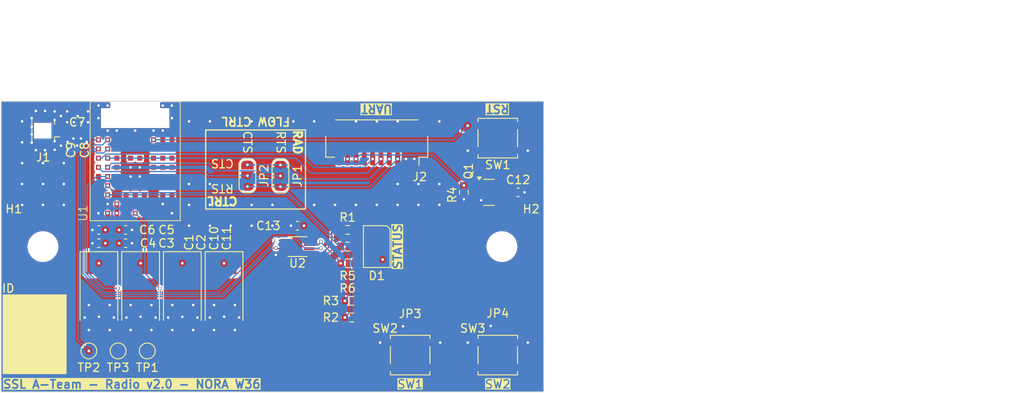
<source format=kicad_pcb>
(kicad_pcb (version 20241229) (generator "pcbnew") (generator_version "9.0")
  (layers (0 "F.Cu" signal) (4 "In1.Cu" signal) (6 "In2.Cu" signal) (2 "B.Cu" signal) (13 "F.Paste" user) (15 "B.Paste" user) (5 "F.SilkS" user "F.Silkscreen") (7 "B.SilkS" user "B.Silkscreen") (1 "F.Mask" user) (3 "B.Mask" user) (25 "Edge.Cuts" user))
  (net 0 "")
  (net 1 "GND")
  (net 2 "+3V3")
  (net 3 "Net-(J1-In)")
  (net 4 "Net-(U1A-(W361)_ANT)")
  (net 5 "/nRESET")
  (net 6 "/UART_RX")
  (net 7 "/BOOT0")
  (net 8 "/UART_CTS")
  (net 9 "/RST")
  (net 10 "+5V")
  (net 11 "/UART_RTS")
  (net 12 "/UART_TX")
  (net 13 "/RADIO_RTS")
  (net 14 "/RADIO_CTS")
  (net 15 "Net-(JP3-B)")
  (net 16 "Net-(JP4-B)")
  (net 17 "/BLUE")
  (net 18 "/RED")
  (net 19 "/SW1")
  (net 20 "/SW2")
  (net 21 "Net-(U1A-DBG_TX)")
  (net 22 "Net-(U1A-GPIO_J9{slash}WAKE_UP)")
  (net 23 "Net-(U1A-GPIO_E8{slash}WAKE_HOST)")
  (net 27 "/GREEN")
  (net 61 "/LED_B_CL")
  (net 62 "/LED_R_CL")
  (net 63 "/LED_G_CL")
  (net 64 "/RED_B")
  (net 65 "/GRN_B")
  (net 66 "/BLUE_B")
  (footprint "TestPoint:TestPoint_Pad_D1.5mm" (layer "F.Cu") (at 136 112.05 180)
    (property "Reference" "TP1")
    (property "Value" "DBG_TX")
  )
  (footprint "Jumper:SolderJumper-3_P1.3mm_Bridged12_RoundedPad1.0x1.5mm_NumberLabels" (layer "F.Cu") (at 148 91.05 90)
    (property "Reference" "JP2")
    (property "Value" "CTS Source Select")
  )
  (footprint "Package_SO:VSSOP-8_2.3x2mm_P0.5mm" (layer "F.Cu") (at 154 99.55)
    (property "Reference" "U2")
    (property "Value" "74LVC3G07")
  )
  (footprint "Jumper:SolderJumper-3_P1.3mm_Bridged12_RoundedPad1.0x1.5mm_NumberLabels" (layer "F.Cu") (at 151.9575 91.075 -90)
    (property "Reference" "JP1")
    (property "Value" "RTS Source Select")
  )
  (footprint "TestPoint:TestPoint_Pad_D1.5mm" (layer "F.Cu") (at 132.5 112.05 180)
    (property "Reference" "TP3")
    (property "Value" "WAKE_HOST")
  )
  (footprint "Resistor_SMD:R_0603_1608Metric" (layer "F.Cu") (at 173.9375 93.05 90)
    (property "Reference" "R4")
    (property "Value" "10k")
  )
  (footprint "AT-BoardFeatures:SolderJumper-2_2.0x1.2mm_Open" (layer "F.Cu") (at 178 109.05)
    (property "Reference" "JP4")
    (property "Value" "SW0")
  )
  (footprint "Capacitor_SMD:C_0201_0603Metric" (layer "F.Cu") (at 126.45 85.975 -90)
    (property "Reference" "C9")
    (property "Value" "2.2p")
  )
  (footprint "Package_TO_SOT_SMD:SOT-23" (layer "F.Cu") (at 176.9375 93.05)
    (property "Reference" "Q1")
    (property "Value" "BSS138K")
  )
  (footprint "Capacitor_SMD:C_0603_1608Metric" (layer "F.Cu") (at 133.4 97.55 180)
    (property "Reference" "C5")
    (property "Value" "100n")
  )
  (footprint "LED_SMD:LED_RGB_Wuerth-PLCC4_3.2x2.8mm_150141M173100" (layer "F.Cu") (at 163.5 99.55 -90)
    (property "Reference" "D1")
    (property "Value" "150141m173100")
  )
  (footprint "TestPoint:TestPoint_Pad_D1.5mm" (layer "F.Cu") (at 129 112.05 180)
    (property "Reference" "TP2")
    (property "Value" "WAKE_UP")
  )
  (footprint "Resistor_SMD:R_0603_1608Metric" (layer "F.Cu") (at 160.5 108.05 180)
    (property "Reference" "R2")
    (property "Value" "330")
  )
  (footprint "Capacitor_SMD:C_0603_1608Metric" (layer "F.Cu") (at 130.2 99.15)
    (property "Reference" "C4")
    (property "Value" "10u")
  )
  (footprint "MountingHole:MountingHole_3.2mm_M3" (layer "F.Cu") (at 123.5 99.55)
    (property "Reference" "H1")
    (property "Value" "MountingHole")
  )
  (footprint "Capacitor_SMD:C_0603_1608Metric" (layer "F.Cu") (at 130.2 97.55)
    (property "Reference" "C6")
    (property "Value" "1n")
  )
  (footprint "Capacitor_SMD:C_0603_1608Metric" (layer "F.Cu") (at 180.4375 93.05 180)
    (property "Reference" "C12")
    (property "Value" "100n")
  )
  (footprint "Resistor_SMD:R_0603_1608Metric" (layer "F.Cu") (at 160 97.55)
    (property "Reference" "R1")
    (property "Value" "1k")
  )
  (footprint "Button_Switch_SMD:SW_SPST_TL3305A" (layer "F.Cu") (at 178 112.55)
    (property "Reference" "SW3")
    (property "Value" "RST")
  )
  (footprint "Resistor_SMD:R_0603_1608Metric" (layer "F.Cu") (at 160 101.55)
    (property "Reference" "R6")
    (property "Value" "1k")
  )
  (footprint "Button_Switch_SMD:SW_SPST_TL3305A" (layer "F.Cu") (at 178 86.55 180)
    (property "Reference" "SW1")
    (property "Value" "RST")
  )
  (footprint "Connector_Coaxial:U.FL_Hirose_U.FL-R-SMT-1_Vertical" (layer "F.Cu") (at 124 85.65 180)
    (property "Reference" "J1")
    (property "Value" "ANT")
  )
  (footprint "Capacitor_Tantalum_SMD:CP_EIA-7343-31_Kemet-D_HandSolder" (layer "F.Cu") (at 145.2 104.75 -90)
    (property "Reference" "C11")
    (property "Value" "470u 6.3V")
  )
  (footprint "Capacitor_Tantalum_SMD:CP_EIA-7343-31_Kemet-D_HandSolder" (layer "F.Cu") (at 140.2 104.75 -90)
    (property "Reference" "C10")
    (property "Value" "470u 6.3V")
  )
  (footprint "Capacitor_Tantalum_SMD:CP_EIA-7343-31_Kemet-D_HandSolder" (layer "F.Cu") (at 130.2 104.75 -90)
    (property "Reference" "C1")
    (property "Value" "470u 6.3V")
  )
  (footprint "Capacitor_SMD:C_0201_0603Metric" (layer "F.Cu") (at 127.6 85.65 180)
    (property "Reference" "C7")
    (property "Value" "10p")
  )
  (footprint "Resistor_SMD:R_0603_1608Metric" (layer "F.Cu") (at 160 99.55)
    (property "Reference" "R5")
    (property "Value" "2K7")
  )
  (footprint "Capacitor_Tantalum_SMD:CP_EIA-7343-31_Kemet-D_HandSolder" (layer "F.Cu") (at 135.2 104.75 -90)
    (property "Reference" "C2")
    (property "Value" "470u 6.3V")
  )
  (footprint "Capacitor_SMD:C_0201_0603Metric" (layer "F.Cu") (at 128.75 85.975 -90)
    (property "Reference" "C8")
    (property "Value" "2.2p")
  )
  (footprint "MountingHole:MountingHole_3.2mm_M3" (layer "F.Cu") (at 178.5 99.55)
    (property "Reference" "H2")
    (property "Value" "MountingHole")
  )
  (footprint "Resistor_SMD:R_0603_1608Metric" (layer "F.Cu") (at 160.5 106.05)
    (property "Reference" "R3")
    (property "Value" "330")
  )
  (footprint "Connector_JST:JST_SH_SM10B-SRSS-TB_1x10-1MP_P1.00mm_Horizontal" (layer "F.Cu") (at 163.5 87.05 180)
    (property "Reference" "J2")
    (property "Value" "Conn_01x10")
  )
  (footprint "AT-Modules:NORA_W366" (layer "F.Cu") (at 134.55 90.05 90)
    (property "Reference" "U1")
    (property "Value" "NORA-W36x")
  )
  (footprint "AT-BoardFeatures:SolderJumper-2_2.0x1.2mm_Open" (layer "F.Cu") (at 167.5 109.1)
    (property "Reference" "JP3")
    (property "Value" "SW1")
  )
  (footprint "Button_Switch_SMD:SW_SPST_TL3305A" (layer "F.Cu") (at 167.5 112.55)
    (property "Reference" "SW2")
    (property "Value" "RST")
  )
  (footprint "Capacitor_SMD:C_0603_1608Metric" (layer "F.Cu") (at 154 97.05)
    (property "Reference" "C13")
    (property "Value" "100n")
  )
  (footprint "Capacitor_SMD:C_0603_1608Metric" (layer "F.Cu") (at 133.4 99.15 180)
    (property "Reference" "C3")
    (property "Value" "10u")
  )
  (gr_rect (start 118.75 105.35) (end 126.25 114.75) (stroke (width 0.15)) (fill yes) (layer "F.SilkS"))
  (gr_rect (start 143 85.575) (end 154.9575 95.05) (stroke (width 0.15)) (fill no) (layer "F.SilkS"))
  (gr_rect (start 118.5 82.15) (end 183.5 116.95) (stroke (width 0.1)) (fill no) (layer "Edge.Cuts"))
  (gr_text "RST" (at 178 83.05 180) (layer "F.SilkS" knockout) (effects (font (size 1 1) (thickness 0.2))))
  (gr_text "CTS" (at 145 89.575 180) (layer "F.SilkS") (effects (font (size 1 1))))
  (gr_text "SW1" (at 167.5 116.05 0) (layer "F.SilkS" knockout) (effects (font (size 1 1))))
  (gr_text "STATUS" (at 166 99.55 90) (layer "F.SilkS" knockout) (effects (font (size 1 1) (thickness 0.2))))
  (gr_text "FLOW CTRL" (at 149 84.55 180) (layer "F.SilkS") (effects (font (size 1 1) (thickness 0.2))))
  (gr_text "UART" (at 163.5 83.05 180) (layer "F.SilkS" knockout) (effects (font (size 1 1) (thickness 0.2))))
  (gr_text "SW2" (at 178 116.05 0) (layer "F.SilkS" knockout) (effects (font (size 1 1))))
  (gr_text "CTS" (at 148 87.05 270) (layer "F.SilkS") (effects (font (size 1 1))))
  (gr_text "RAD" (at 154 87.05 270) (layer "F.SilkS") (effects (font (size 1 1) (thickness 0.25) (bold yes))))
  (gr_text "ID" (at 118.5 105.15 0) (layer "F.SilkS") (effects (font (size 1 1)) (justify left bottom)))
  (gr_text "SSL A-Team - Radio v2.0 - NORA W36" (at 134.15 116.05 0) (layer "F.SilkS" knockout) (effects (font (size 1 1) (thickness 0.2))))
  (gr_text "CTRL" (at 145 94.075 180) (layer "F.SilkS") (effects (font (size 1 1) (thickness 0.25) (bold yes))))
  (gr_text "RTS" (at 152 87.05 270) (layer "F.SilkS") (effects (font (size 1 1))))
  (gr_text "RTS" (at 145 92.575 180) (layer "F.SilkS") (effects (font (size 1 1))))
  (segment (start 151.4 100.55) (end 151.65 100.3) (width 0.153) (layer "F.Cu") (net 1))
  (segment (start 126.45 86.295) (end 126.45 87) (width 0.2) (layer "F.Cu") (net 1))
  (segment (start 151.65 100.3) (end 152.6 100.3) (width 0.153) (layer "F.Cu") (net 1))
  (segment (start 128.75 86.295) (end 128.75 87) (width 0.2) (layer "F.Cu") (net 1))
  (via (at 166 84.55) (size 0.45) (drill 0.3) (layers "F.Cu" "B.Cu") (net 1))
  (via (at 130.15 95.55) (size 0.45) (drill 0.3) (layers "F.Cu" "B.Cu") (net 1))
  (via (at 141 94.55) (size 0.45) (drill 0.3) (layers "F.Cu" "B.Cu") (net 1))
  (via (at 174.4 88.05) (size 0.45) (drill 0.3) (layers "F.Cu" "B.Cu") (net 1))
  (via (at 121 87.05) (size 0.45) (drill 0.3) (layers "F.Cu" "B.Cu") (net 1))
  (via (at 125.65 87.45) (size 0.45) (drill 0.3) (layers "F.Cu" "B.Cu") (net 1))
  (via (at 137.85 82.65) (size 0.45) (drill 0.3) (layers "F.Cu" "B.Cu") (net 1))
  (via (at 167 89.05) (size 0.45) (drill 0.3) (layers "F.Cu" "B.Cu") (net 1))
  (via (at 145.2 107.9575) (size 0.45) (drill 0.3) (layers "F.Cu" "B.Cu") (net 1))
  (via (at 134.175 99.15) (size 0.45) (drill 0.3) (layers "F.Cu" "B.Cu") (net 1))
  (via (at 126.4 83.35) (size 0.45) (drill 0.3) (layers "F.Cu" "B.Cu") (net 1))
  (via (at 141.5 109.55) (size 0.45) (drill 0.3) (layers "F.Cu" "B.Cu") (net 1))
  (via (at 135.1 91.15) (size 0.45) (drill 0.3) (layers "F.Cu" "B.Cu") (net 1))
  (via (at 135.1 90.05) (size 0.45) (drill 0.3) (layers "F.Cu" "B.Cu") (net 1))
  (via (at 128.9 84.65) (size 0.45) (drill 0.3) (layers "F.Cu" "B.Cu") (net 1))
  (via (at 143.5 94.55) (size 0.45) (drill 0.3) (layers "F.Cu" "B.Cu") (net 1))
  (via (at 151.4 100.55) (size 0.45) (drill 0.3) (layers "F.Cu" "B.Cu") (net 1))
  (via (at 123.75 83.3) (size 0.45) (drill 0.3) (layers "F.Cu" "B.Cu") (net 1))
  (via (at 137 108.05) (size 0.45) (drill 0.3) (layers "F.Cu" "B.Cu") (net 1))
  (via (at 135.2 107.9575) (size 0.45) (drill 0.3) (layers "F.Cu" "B.Cu") (net 1))
  (via (at 166 92.05) (size 0.45) (drill 0.3) (layers "F.Cu" "B.Cu") (net 1))
  (via (at 176 94) (size 0.45) (drill 0.3) (layers "F.Cu" "B.Cu") (net 1))
  (via (at 133.5 108.05) (size 0.45) (drill 0.3) (layers "F.Cu" "B.Cu") (net 1))
  (via (at 171.1 111.05) (size 0.45) (drill 0.3) (layers "F.Cu" "B.Cu") (net 1))
  (via (at 168.5 92.05) (size 0.45) (drill 0.3) (layers "F.Cu" "B.Cu") (net 1))
  (via (at 121 92.05) (size 0.45) (drill 0.3) (layers "F.Cu" "B.Cu") (net 1))
  (via (at 126 94.55) (size 0.45) (drill 0.3) (layers "F.Cu" "B.Cu") (net 1))
  (via (at 129.425 97.55) (size 0.45) (drill 0.3) (layers "F.Cu" "B.Cu") (net 1))
  (via (at 126 92.05) (size 0.45) (drill 0.3) (layers "F.Cu" "B.Cu") (net 1))
  (via (at 125.65 83.9) (size 0.45) (drill 0.3) (layers "F.Cu" "B.Cu") (net 1))
  (via (at 146 84.55) (size 0.45) (drill 0.3) (layers "F.Cu" "B.Cu") (net 1))
  (via (at 132 108.05) (size 0.45) (drill 0.3) (layers "F.Cu" "B.Cu") (net 1))
  (via (at 141 84.55) (size 0.45) (drill 0.3) (layers "F.Cu" "B.Cu") (net 1))
  (via (at 146.5 106.55) (size 0.45) (drill 0.3) (layers "F.Cu" "B.Cu") (net 1))
  (via (at 177.15 109.05) (size 0.45) (drill 0.3) (layers "F.Cu" "B.Cu") (net 1))
  (via (at 143.5 108.05) (size 0.45) (drill 0.3) (layers "F.Cu" "B.Cu") (net 1))
  (via (at 122.15 85.2) (size 0.45) (drill 0.3) (layers "F.Cu" "B.Cu") (net 1))
  (via (at 143.5 97.05) (size 0.45) (drill 0.3) (layers "F.Cu" "B.Cu") (net 1))
  (via (at 181.6 88.05) (size 0.45) (drill 0.3) (layers "F.Cu" "B.Cu") (net 1))
  (via (at 148.5 97.05) (size 0.45) (drill 0.3) (layers "F.Cu" "B.Cu") (net 1))
  (via (at 124.9 86.9) (size 0.45) (drill 0.3) (layers "F.Cu" "B.Cu") (net 1))
  (via (at 158.5 94.55) (size 0.45) (drill 0.3) (layers "F.Cu" "B.Cu") (net 1))
  (via (at 131.5 109.55) (size 0.45) (drill 0.3) (layers "F.Cu" "B.Cu") (net 1))
  (via (at 134.55 85.65) (size 0.45) (drill 0.3) (layers "F.Cu" "B.Cu") (net 1))
  (via (at 122.65 88) (size 0.45) (drill 0.3) (layers "F.Cu" "B.Cu") (net 1))
  (via (at 124.9 83.35) (size 0.45) (drill 0.3) (layers "F.Cu" "B.Cu") (net 1))
  (via (at 181.6 111.05) (size 0.45) (drill 0.3) (layers "F.Cu" "B.Cu") (net 1))
  (via (at 171 84.55) (size 0.45) (drill 0.3) (layers "F.Cu" "B.Cu") (net 1))
  (via (at 166.65 109.1) (size 0.45) (drill 0.3) (layers "F.Cu" "B.Cu") (net 1))
  (via (at 127.2 84.65) (size 0.45) (drill 0.3) (layers "F.Cu" "B.Cu") (net 1))
  (via (at 144 106.55) (size 0.45) (drill 0.3) (layers "F.Cu" "B.Cu") (net 1))
  (via (at 128.75 87) (size 0.45) (drill 0.3) (layers "F.Cu" "B.Cu") (net 1))
  (via (at 163.9 111.05) (size 0.45) (drill 0.3) (layers "F.Cu" "B.Cu") (net 1))
  (via (at 137.85 94.45) (size 0.45) (drill 0.3) (layers "F.Cu" "B.Cu") (net 1))
  (via (at 146.5 109.55) (size 0.45) (drill 0.3) (layers "F.Cu" "B.Cu") (net 1))
  (via (at 141 92.05) (size 0.45) (drill 0.3) (layers "F.Cu" "B.Cu") (net 1))
  (via (at 130.2 107.9575) (size 0.45) (drill 0.3) (layers "F.Cu" "B.Cu") (net 1))
  (via (at 139 109.55) (size 0.45) (drill 0.3) (layers "F.Cu" "B.Cu") (net 1))
  (via (at 127.15 86.6) (size 0.45) (drill 0.3) (layers "F.Cu" "B.Cu") (net 1))
  (via (at 122.15 86.1) (size 0.45) (drill 0.3) (layers "F.Cu" "B.Cu") (net 1))
  (via (at 132.35 85.65) (size 0.45) (drill 0.3) (layers "F.Cu" "B.Cu") (net 1))
  (via (at 121 84.55) (size 0.45) (drill 0.3) (layers "F.Cu" "B.Cu") (net 1))
  (via (at 161 84.55) (size 0.45) (drill 0.3) (layers "F.Cu" "B.Cu") (net 1))
  (via (at 161 94.55) (size 0.45) (drill 0.3) (layers "F.Cu" "B.Cu") (net 1))
  (via (at 126 89.55) (size 0.45) (drill 0.3) (layers "F.Cu" "B.Cu") (net 1))
  (via (at 129 109.55) (size 0.45) (drill 0.3) (layers "F.Cu" "B.Cu") (net 1))
  (via (at 143.5 92.05) (size 0.45) (drill 0.3) (layers "F.Cu" "B.Cu") (net 1))
  (via (at 134 106.55) (size 0.45) (drill 0.3) (layers "F.Cu" "B.Cu") (net 1))
  (via (at 138.95 82.65) (size 0.45) (drill 0.3) (layers "F.Cu" "B.Cu") (net 1))
  (via (at 126.4 84.65) (size 0.45) (drill 0.3) (layers "F.Cu" "B.Cu") (net 1))
  (via (at 171 94.55) (size 0.45) (drill 0.3) (layers "F.Cu" "B.Cu") (net 1))
  (via (at 144 109.55) (size 0.45) (drill 0.3) (layers "F.Cu" "B.Cu") (net 1))
  (via (at 130.15 82.65) (size 0.45) (drill 0.3) (layers "F.Cu" "B.Cu") (net 1))
  (via (at 123.5 94.55) (size 0.45) (drill 0.3) (layers "F.Cu" "B.Cu") (net 1))
  (via (at 130.15 84.15) (size 0.45) (drill 0.3) (layers "F.Cu" "B.Cu") (net 1))
  (via (at 143.5 84.55) (size 0.45) (drill 0.3) (layers "F.Cu" "B.Cu") (net 1))
  (via (at 156 84.55) (size 0.45) (drill 0.3) (layers "F.Cu" "B.Cu") (net 1))
  (via (at 141 97.05) (size 0.45) (drill 0.3) (layers "F.Cu" "B.Cu") (net 1))
  (via (at 173.9375 93.875) (size 0.45) (drill 0.3) (layers "F.Cu" "B.Cu") (net 1))
  (via (at 121 89.55) (size 0.45) (drill 0.3) (layers "F.Cu" "B.Cu") (net 1))
  (via (at 127.6 87.45) (size 0.45) (drill 0.3) (layers "F.Cu" "B.Cu") (net 1))
  (via (at 131.25 82.65) (size 0.45) (drill 0.3) (layers "F.Cu" "B.Cu") (net 1))
  (via (at 123.5 89.55) (size 0.45) (drill 0.3) (layers "F.Cu" "B.Cu") (net 1))
  (via (at 181.2125 93.05) (size 0.45) (drill 0.3) (layers "F.Cu" "B.Cu") (net 1))
  (via (at 128.05 86.6) (size 0.45) (drill 0.3) (layers "F.Cu" "B.Cu") (net 1))
  (via (at 140.2 107.9575) (size 0.45) (drill 0.3) (layers "F.Cu" "B.Cu") (net 1))
  (via (at 138.5 108.05) (size 0.45) (drill 0.3) (layers "F.Cu" "B.Cu") (net 1))
  (via (at 124.9 84.4) (size 0.45) (drill 0.3) (layers "F.Cu" "B.Cu") (net 1))
  (via (at 123.5 92.05) (size 0.45) (drill 0.3) (layers "F.Cu" "B.Cu") (net 1))
  (via (at 146 94.55) (size 0.45) (drill 0.3) (layers "F.Cu" "B.Cu") (net 1))
  (via (at 163.5 84.55) (size 0.45) (drill 0.3) (layers "F.Cu" "B.Cu") (net 1))
  (via (at 122.15 84.15) (size 0.45) (drill 0.3) (layers "F.Cu" "B.Cu") (net 1))
  (via (at 151 97.05) (size 0.45) (drill 0.3) (layers "F.Cu" "B.Cu") (net 1))
  (via (at 153.5 84.55) (size 0.45) (drill 0.3) (layers "F.Cu" "B.Cu") (net 1))
  (via (at 128.5 108.05) (size 0.45) (drill 0.3) (layers "F.Cu" "B.Cu") (net 1))
  (via (at 168 89.05) (size 0.45) (drill 0.3) (layers "F.Cu" "B.Cu") (net 1))
  (via (at 134.175 97.55) (size 0.45) (drill 0.3) (layers "F.Cu" "B.Cu") (net 1))
  (via (at 127.65 83.9) (size 0.45) (drill 0.3) (layers "F.Cu" "B.Cu") (net 1))
  (via (at 163.5 94.55) (size 0.45) (drill 0.3) (layers "F.Cu" "B.Cu") (net 1))
  (via (at 151 84.55) (size 0.45) (drill 0.3) (layers "F.Cu" "B.Cu") (net 1))
  (via (at 148.5 84.55) (size 0.45) (drill 0.3) (layers "F.Cu" "B.Cu") (net 1))
  (via (at 126.45 87) (size 0.45) (drill 0.3) (layers "F.Cu" "B.Cu") (net 1))
  (via (at 137.85 85.65) (size 0.45) (drill 0.3) (layers "F.Cu" "B.Cu") (net 1))
  (via (at 151 94.55) (size 0.45) (drill 0.3) (layers "F.Cu" "B.Cu") (net 1))
  (via (at 147 108.05) (size 0.45) (drill 0.3) (layers "F.Cu" "B.Cu") (net 1))
  (via (at 131.5 106.55) (size 0.45) (drill 0.3) (layers "F.Cu" "B.Cu") (net 1))
  (via (at 156 94.55) (size 0.45) (drill 0.3) (layers "F.Cu" "B.Cu") (net 1))
  (via (at 134 90.05) (size 0.45) (drill 0.3) (layers "F.Cu" "B.Cu") (net 1))
  (via (at 136.5 106.55) (size 0.45) (drill 0.3) (layers "F.Cu" "B.Cu") (net 1))
  (via (at 122.15 87.1) (size 0.45) (drill 0.3) (layers "F.Cu" "B.Cu") (net 1))
  (via (at 174.4 111.05) (size 0.45) (drill 0.3) (layers "F.Cu" "B.Cu") (net 1))
  (via (at 138.95 84.15) (size 0.45) (drill 0.3) (layers "F.Cu" "B.Cu") (net 1))
  (via (at 141.5 106.55) (size 0.45) (drill 0.3) (layers "F.Cu" "B.Cu") (net 1))
  (via (at 168.5 94.55) (size 0.45) (drill 0.3) (layers "F.Cu" "B.Cu") (net 1))
  (via (at 148.5 94.55) (size 0.45) (drill 0.3) (layers "F.Cu" "B.Cu") (net 1))
  (via (at 139 106.55) (size 0.45) (drill 0.3) (layers "F.Cu" "B.Cu") (net 1))
  (via (at 136.5 109.55) (size 0.45) (drill 0.3) (layers "F.Cu" "B.Cu") (net 1))
  (via (at 129.425 99.15) (size 0.45) (drill 0.3) (layers "F.Cu" "B.Cu") (net 1))
  (via (at 123.75 88) (size 0.45) (drill 0.3) (layers "F.Cu" "B.Cu") (net 1))
  (via (at 126.45 87.95) (size 0.45) (drill 0.3) (layers "F.Cu" "B.Cu") (net 1))
  (via (at 171 92.05) (size 0.45) (drill 0.3) (layers "F.Cu" "B.Cu") (net 1))
  (via (at 134 109.55) (size 0.45) (drill 0.3) (layers "F.Cu" "B.Cu") (net 1))
  (via (at 146 97.05) (size 0.45) (drill 0.3) (layers "F.Cu" "B.Cu") (net 1))
  (via (at 138.95 95.55) (size 0.45) (drill 0.3) (layers "F.Cu" "B.Cu") (net 1))
  (via (at 134 91.15) (size 0.45) (drill 0.3) (layers "F.Cu" "B.Cu") (net 1))
  (via (at 128.1 84.65) (size 0.45) (drill 0.3) (layers "F.Cu" "B.Cu") (net 1))
  (via (at 166 94.55) (size 0.45) (drill 0.3) (layers "F.Cu" "B.Cu") (net 1))
  (via (at 131.25 85.65) (size 0.45) (drill 0.3) (layers "F.Cu" "B.Cu") (net 1))
  (via (at 131.25 94.45) (size 0.45) (drill 0.3) (layers "F.Cu" "B.Cu") (net 1))
  (via (at 128.9 83.35) (size 0.45) (drill 0.3) (layers "F.Cu" "B.Cu") (net 1))
  (via (at 129 106.55) (size 0.45) (drill 0.3) (layers "F.Cu" "B.Cu") (net 1))
  (via (at 122.65 83.3) (size 0.45) (drill 0.3) (layers "F.Cu" "B.Cu") (net 1))
  (via (at 136.75 85.65) (size 0.45) (drill 0.3) (layers "F.Cu" "B.Cu") (net 1))
  (via (at 142 108.05) (size 0.45) (drill 0.3) (layers "F.Cu" "B.Cu") (net 1))
  (via (at 121 94.55) (size 0.45) (drill 0.3) (layers "F.Cu" "B.Cu") (net 1))
  (via (at 153.225 97.05) (size 0.45) (drill 0.3) (layers "F.Cu" "B.Cu") (net 1))
  (via (at 124.9 87.95) (size 0.45) (drill 0.3) (layers "F.Cu" "B.Cu") (net 1))
  (segment (start 131.25 97.275) (end 130.975 97.55) (width 0.4) (layer "F.Cu") (net 2))
  (segment (start 132.35 95.55) (end 132.35 97.275) (width 0.4) (layer "F.Cu") (net 2))
  (segment (start 132.35 94.45) (end 132.35 95.55) (width 0.4) (layer "F.Cu") (net 2))
  (segment (start 132.35 97.275) (end 132.625 97.55) (width 0.4) (layer "F.Cu") (net 2))
  (segment (start 155.4 98.45) (end 154.775 97.825) (width 0.153) (layer "F.Cu") (net 2))
  (segment (start 155.4 98.8) (end 155.4 98.45) (width 0.153) (layer "F.Cu") (net 2))
  (segment (start 131.25 95.55) (end 131.25 97.275) (width 0.4) (layer "F.Cu") (net 2))
  (segment (start 154.775 97.825) (end 154.775 97.05) (width 0.153) (layer "F.Cu") (net 2))
  (via (at 130.975 97.55) (size 0.45) (drill 0.3) (layers "F.Cu" "B.Cu") (net 2))
  (via (at 132.35 95.55) (size 0.45) (drill 0.3) (layers "F.Cu" "B.Cu") (net 2))
  (via (at 132.625 99.15) (size 0.45) (drill 0.3) (layers "F.Cu" "B.Cu") (net 2))
  (via (at 135.2 101.5425) (size 0.45) (drill 0.3) (layers "F.Cu" "B.Cu") (net 2))
  (via (at 130.2 101.5425) (size 0.45) (drill 0.3) (layers "F.Cu" "B.Cu") (net 2))
  (via (at 132.625 97.55) (size 0.45) (drill 0.3) (layers "F.Cu" "B.Cu") (net 2))
  (via (at 131.25 95.55) (size 0.45) (drill 0.3) (layers "F.Cu" "B.Cu") (net 2))
  (via (at 130.975 99.15) (size 0.45) (drill 0.3) (layers "F.Cu" "B.Cu") (net 2))
  (via (at 140.2 101.5425) (size 0.45) (drill 0.3) (layers "F.Cu" "B.Cu") (net 2))
  (via (at 154.775 97.05) (size 0.45) (drill 0.3) (layers "F.Cu" "B.Cu") (net 2))
  (via (at 132.35 94.45) (size 0.45) (drill 0.3) (layers "F.Cu" "B.Cu") (net 2))
  (via (at 164.2 101.1) (size 0.45) (drill 0.3) (layers "F.Cu" "B.Cu") (net 2))
  (via (at 160 89.05) (size 0.45) (drill 0.3) (layers "F.Cu" "B.Cu") (net 2))
  (via (at 145.2 101.5425) (size 0.45) (drill 0.3) (layers "F.Cu" "B.Cu") (net 2))
  (segment (start 126.45 85.655) (end 125.055 85.655) (width 0.342) (layer "F.Cu") (net 3))
  (segment (start 125.055 85.655) (end 125.05 85.65) (width 0.342) (layer "F.Cu") (net 3))
  (segment (start 126.455 85.65) (end 126.45 85.655) (width 0.342) (layer "F.Cu") (net 3))
  (segment (start 127.28 85.65) (end 126.455 85.65) (width 0.342) (layer "F.Cu") (net 3))
  (segment (start 128.75 85.655) (end 127.925 85.655) (width 0.342) (layer "F.Cu") (net 4))
  (segment (start 128.755 85.65) (end 128.75 85.655) (width 0.342) (layer "F.Cu") (net 4))
  (segment (start 128.655 85.65) (end 128.65 85.655) (width 0.342) (layer "F.Cu") (net 4))
  (segment (start 130.15 85.65) (end 128.755 85.65) (width 0.342) (layer "F.Cu") (net 4))
  (segment (start 127.925 85.655) (end 127.92 85.65) (width 0.342) (layer "F.Cu") (net 4))
  (segment (start 177.875001 93.05) (end 177.875001 89.374999) (width 0.153) (layer "F.Cu") (net 5))
  (segment (start 177.875001 93.05) (end 179.6625 93.05) (width 0.153) (layer "F.Cu") (net 5))
  (segment (start 180.8 86.45) (end 181.3 86.45) (width 0.153) (layer "F.Cu") (net 5))
  (segment (start 181.6 85.05) (end 174.4 85.05) (width 0.153) (layer "F.Cu") (net 5))
  (segment (start 181.6 86.15) (end 181.6 85.05) (width 0.153) (layer "F.Cu") (net 5))
  (segment (start 181.3 86.45) (end 181.6 86.15) (width 0.153) (layer "F.Cu") (net 5))
  (segment (start 177.875001 89.374999) (end 180.8 86.45) (width 0.153) (layer "F.Cu") (net 5))
  (via (at 136.75 86.750001) (size 0.45) (drill 0.3) (layers "F.Cu" "B.Cu") (net 5))
  (via (at 174.4 85.05) (size 0.45) (drill 0.3) (layers "F.Cu" "B.Cu") (net 5))
  (segment (start 172.699999 86.750001) (end 174.4 85.05) (width 0.153) (layer "B.Cu") (net 5))
  (segment (start 136.75 86.750001) (end 172.699999 86.750001) (width 0.153) (layer "B.Cu") (net 5))
  (via (at 130.15 88.95) (size 0.45) (drill 0.3) (layers "F.Cu" "B.Cu") (net 6))
  (via (at 163 89.05) (size 0.45) (drill 0.3) (layers "F.Cu" "B.Cu") (net 6))
  (segment (start 130.569056 88.95) (end 131.050556 88.4685) (width 0.153) (layer "B.Cu") (net 6))
  (segment (start 130.15 88.95) (end 130.569056 88.95) (width 0.153) (layer "B.Cu") (net 6))
  (segment (start 155.9 90.05) (end 162 90.05) (width 0.153) (layer "B.Cu") (net 6))
  (segment (start 154.3185 88.4685) (end 155.9 90.05) (width 0.153) (layer "B.Cu") (net 6))
  (segment (start 162 90.05) (end 163 89.05) (width 0.153) (layer "B.Cu") (net 6))
  (segment (start 131.050556 88.4685) (end 154.3185 88.4685) (width 0.153) (layer "B.Cu") (net 6))
  (via (at 148 89.75) (size 0.45) (drill 0.3) (layers "F.Cu" "B.Cu") (net 8))
  (via (at 151.9575 89.775) (size 0.45) (drill 0.3) (layers "F.Cu" "B.Cu") (net 8))
  (via (at 165 89.05) (size 0.45) (drill 0.3) (layers "F.Cu" "B.Cu") (net 8))
  (segment (start 148 89.75) (end 151.9325 89.75) (width 0.153) (layer "B.Cu") (net 8))
  (segment (start 162.6 91.45) (end 165 89.05) (width 0.153) (layer "B.Cu") (net 8))
  (segment (start 151.9325 89.75) (end 151.9575 89.775) (width 0.153) (layer "B.Cu") (net 8))
  (segment (start 154.8 91.45) (end 162.6 91.45) (width 0.153) (layer "B.Cu") (net 8))
  (segment (start 151.9575 89.775) (end 153.125 89.775) (width 0.153) (layer "B.Cu") (net 8))
  (segment (start 153.125 89.775) (end 154.8 91.45) (width 0.153) (layer "B.Cu") (net 8))
  (segment (start 174.0625 92.1) (end 173.9375 92.225) (width 0.153) (layer "F.Cu") (net 9))
  (segment (start 176 92.1) (end 174.0625 92.1) (width 0.153) (layer "F.Cu") (net 9))
  (via (at 173.9375 92.225) (size 0.45) (drill 0.3) (layers "F.Cu" "B.Cu") (net 9))
  (via (at 161 89.05) (size 0.45) (drill 0.3) (layers "F.Cu" "B.Cu") (net 9))
  (segment (start 161 89.05) (end 161.4815 88.5685) (width 0.153) (layer "B.Cu") (net 9))
  (segment (start 161.4815 88.5685) (end 170.281 88.5685) (width 0.153) (layer "B.Cu") (net 9))
  (segment (start 170.281 88.5685) (end 173.9375 92.225) (width 0.153) (layer "B.Cu") (net 9))
  (via (at 148 92.35) (size 0.45) (drill 0.3) (layers "F.Cu" "B.Cu") (net 11))
  (via (at 151.9575 92.375) (size 0.45) (drill 0.3) (layers "F.Cu" "B.Cu") (net 11))
  (via (at 166 89.05) (size 0.45) (drill 0.3) (layers "F.Cu" "B.Cu") (net 11))
  (segment (start 151.9575 92.375) (end 162.675 92.375) (width 0.153) (layer "B.Cu") (net 11))
  (segment (start 151.9325 92.35) (end 151.9575 92.375) (width 0.153) (layer "B.Cu") (net 11))
  (segment (start 148 92.35) (end 151.9325 92.35) (width 0.153) (layer "B.Cu") (net 11))
  (segment (start 162.675 92.375) (end 166 89.05) (width 0.153) (layer "B.Cu") (net 11))
  (via (at 131.25 88.95) (size 0.45) (drill 0.3) (layers "F.Cu" "B.Cu") (net 12))
  (via (at 164 89.05) (size 0.45) (drill 0.3) (layers "F.Cu" "B.Cu") (net 12))
  (segment (start 164 89.1) (end 164 89.05) (width 0.153) (layer "B.Cu") (net 12))
  (segment (start 131.25 88.95) (end 153.8 88.95) (width 0.153) (layer "B.Cu") (net 12))
  (segment (start 155.6 90.75) (end 162.35 90.75) (width 0.153) (layer "B.Cu") (net 12))
  (segment (start 162.35 90.75) (end 164 89.1) (width 0.153) (layer "B.Cu") (net 12))
  (segment (start 153.8 88.95) (end 155.6 90.75) (width 0.153) (layer "B.Cu") (net 12))
  (via (at 151.9575 91.075) (size 0.45) (drill 0.3) (layers "F.Cu" "B.Cu") (net 13))
  (via (at 131.250001 90.05) (size 0.45) (drill 0.3) (layers "F.Cu" "B.Cu") (net 13))
  (segment (start 144.3 90.45) (end 149.1 90.45) (width 0.153) (layer "B.Cu") (net 13))
  (segment (start 149.1 90.45) (end 149.725 91.075) (width 0.153) (layer "B.Cu") (net 13))
  (segment (start 143.4185 89.5685) (end 144.3 90.45) (width 0.153) (layer "B.Cu") (net 13))
  (segment (start 131.250001 90.05) (end 131.731501 89.5685) (width 0.153) (layer "B.Cu") (net 13))
  (segment (start 149.725 91.075) (end 151.9575 91.075) (width 0.153) (layer "B.Cu") (net 13))
  (segment (start 131.731501 89.5685) (end 143.4185 89.5685) (width 0.153) (layer "B.Cu") (net 13))
  (via (at 130.15 90.05) (size 0.45) (drill 0.3) (layers "F.Cu" "B.Cu") (net 14))
  (via (at 148 91.05) (size 0.45) (drill 0.3) (layers "F.Cu" "B.Cu") (net 14))
  (segment (start 130.65 90.55) (end 142.8 90.55) (width 0.153) (layer "B.Cu") (net 14))
  (segment (start 142.8 90.55) (end 143.3 91.05) (width 0.153) (layer "B.Cu") (net 14))
  (segment (start 143.3 91.05) (end 148 91.05) (width 0.153) (layer "B.Cu") (net 14))
  (segment (start 130.15 90.05) (end 130.65 90.55) (width 0.153) (layer "B.Cu") (net 14))
  (segment (start 172.5 108.55) (end 172.5 109.05) (width 0.153) (layer "F.Cu") (net 15))
  (segment (start 168.35 109.1) (end 172.45 109.1) (width 0.153) (layer "F.Cu") (net 15))
  (segment (start 163.9 114.05) (end 171.1 114.05) (width 0.153) (layer "F.Cu") (net 15))
  (segment (start 172.5 109.05) (end 172.5 112.65) (width 0.153) (layer "F.Cu") (net 15))
  (segment (start 172.45 109.1) (end 172.5 109.05) (width 0.153) (layer "F.Cu") (net 15))
  (segment (start 163.5 106.55) (end 170.5 106.55) (width 0.153) (layer "F.Cu") (net 15))
  (segment (start 161.325 108.05) (end 162 108.05) (width 0.153) (layer "F.Cu") (net 15))
  (segment (start 162 108.05) (end 163.5 106.55) (width 0.153) (layer "F.Cu") (net 15))
  (segment (start 172.5 112.65) (end 171.1 114.05) (width 0.153) (layer "F.Cu") (net 15))
  (segment (start 170.5 106.55) (end 172.5 108.55) (width 0.153) (layer "F.Cu") (net 15))
  (segment (start 179.5 109.05) (end 180 109.55) (width 0.153) (layer "F.Cu") (net 16))
  (segment (start 180 114.05) (end 181.6 114.05) (width 0.153) (layer "F.Cu") (net 16))
  (segment (start 178.85 109.05) (end 179.5 109.05) (width 0.153) (layer "F.Cu") (net 16))
  (segment (start 174.4 114.05) (end 181.6 114.05) (width 0.153) (layer "F.Cu") (net 16))
  (segment (start 161.325 106.05) (end 171 106.05) (width 0.153) (layer "F.Cu") (net 16))
  (segment (start 173 112.65) (end 174.4 114.05) (width 0.153) (layer "F.Cu") (net 16))
  (segment (start 171 106.05) (end 173 108.05) (width 0.153) (layer "F.Cu") (net 16))
  (segment (start 173 108.05) (end 173 112.65) (width 0.153) (layer "F.Cu") (net 16))
  (segment (start 180 109.55) (end 180 114.05) (width 0.153) (layer "F.Cu") (net 16))
  (segment (start 151.45 98.8) (end 151.4 98.85) (width 0.153) (layer "F.Cu") (net 17))
  (segment (start 152.6 98.8) (end 151.45 98.8) (width 0.153) (layer "F.Cu") (net 17))
  (via (at 151.4 98.85) (size 0.45) (drill 0.3) (layers "F.Cu" "B.Cu") (net 17))
  (via (at 130.15 87.85) (size 0.45) (drill 0.3) (layers "F.Cu" "B.Cu") (net 17))
  (segment (start 128.3 102.75) (end 130.846 105.296) (width 0.153) (layer "B.Cu") (net 17))
  (segment (start 130.846 105.296) (end 144.954 105.296) (width 0.153) (layer "B.Cu") (net 17))
  (segment (start 129.4 87.85) (end 128.3 88.95) (width 0.153) (layer "B.Cu") (net 17))
  (segment (start 144.954 105.296) (end 151.4 98.85) (width 0.153) (layer "B.Cu") (net 17))
  (segment (start 128.3 88.95) (end 128.3 102.75) (width 0.153) (layer "B.Cu") (net 17))
  (segment (start 130.15 87.85) (end 129.4 87.85) (width 0.153) (layer "B.Cu") (net 17))
  (segment (start 151.479003 99.8) (end 151.4 99.720997) (width 0.153) (layer "F.Cu") (net 18))
  (segment (start 152.6 99.8) (end 151.479003 99.8) (width 0.153) (layer "F.Cu") (net 18))
  (via (at 151.4 99.720997) (size 0.45) (drill 0.3) (layers "F.Cu" "B.Cu") (net 18))
  (via (at 131.25 86.75) (size 0.45) (drill 0.3) (layers "F.Cu" "B.Cu") (net 18))
  (segment (start 150.888213 99.720997) (end 151.4 99.720997) (width 0.153) (layer "B.Cu") (net 18))
  (segment (start 128 88.89079) (end 128 102.80921) (width 0.153) (layer "B.Cu") (net 18))
  (segment (start 131.25 86.75) (end 130.6315 87.3685) (width 0.153) (layer "B.Cu") (net 18))
  (segment (start 130.74079 105.55) (end 145.05921 105.55) (width 0.153) (layer "B.Cu") (net 18))
  (segment (start 145.05921 105.55) (end 150.888213 99.720997) (width 0.153) (layer "B.Cu") (net 18))
  (segment (start 128 102.80921) (end 130.74079 105.55) (width 0.153) (layer "B.Cu") (net 18))
  (segment (start 129.52229 87.3685) (end 128 88.89079) (width 0.153) (layer "B.Cu") (net 18))
  (segment (start 130.6315 87.3685) (end 129.52229 87.3685) (width 0.153) (layer "B.Cu") (net 18))
  (via (at 159.675 108.05) (size 0.45) (drill 0.3) (layers "F.Cu" "B.Cu") (net 19))
  (via (at 131.250001 92.25) (size 0.45) (drill 0.3) (layers "F.Cu" "B.Cu") (net 19))
  (segment (start 131.250001 92.25) (end 132.096001 93.096) (width 0.153) (layer "B.Cu") (net 19))
  (segment (start 160.3 107.425) (end 159.675 108.05) (width 0.153) (layer "B.Cu") (net 19))
  (segment (start 152.946 93.096) (end 160.3 100.45) (width 0.153) (layer "B.Cu") (net 19))
  (segment (start 160.3 100.45) (end 160.3 107.425) (width 0.153) (layer "B.Cu") (net 19))
  (segment (start 132.096001 93.096) (end 152.946 93.096) (width 0.153) (layer "B.Cu") (net 19))
  (via (at 159.675 106.05) (size 0.45) (drill 0.3) (layers "F.Cu" "B.Cu") (net 20))
  (via (at 131.25 93.35) (size 0.45) (drill 0.3) (layers "F.Cu" "B.Cu") (net 20))
  (segment (start 152.84079 93.35) (end 160 100.50921) (width 0.153) (layer "B.Cu") (net 20))
  (segment (start 160 105.75) (end 159.7 106.05) (width 0.153) (layer "B.Cu") (net 20))
  (segment (start 160 100.50921) (end 160 105.75) (width 0.153) (layer "B.Cu") (net 20))
  (segment (start 159.7 106.05) (end 159.675 106.05) (width 0.153) (layer "B.Cu") (net 20))
  (segment (start 131.25 93.35) (end 152.84079 93.35) (width 0.153) (layer "B.Cu") (net 20))
  (segment (start 137.5 110.55) (end 136 112.05) (width 0.153) (layer "F.Cu") (net 21))
  (segment (start 137.5 104.55) (end 137.5 110.55) (width 0.153) (layer "F.Cu") (net 21))
  (via (at 134.55 95.55) (size 0.45) (drill 0.3) (layers "F.Cu" "B.Cu") (net 21))
  (via (at 137.5 104.55) (size 0.45) (drill 0.3) (layers "F.Cu" "B.Cu") (net 21))
  (segment (start 135.7 102.75) (end 137.5 104.55) (width 0.153) (layer "B.Cu") (net 21))
  (segment (start 134.55 95.55) (end 135.7 96.7) (width 0.153) (layer "B.Cu") (net 21))
  (segment (start 135.7 96.7) (end 135.7 97.05) (width 0.153) (layer "B.Cu") (net 21))
  (segment (start 135.7 97.05) (end 135.7 102.75) (width 0.153) (layer "B.Cu") (net 21))
  (via (at 129 112.05) (size 0.45) (drill 0.3) (layers "F.Cu" "B.Cu") (net 22))
  (via (at 130.15 86.75) (size 0.45) (drill 0.3) (layers "F.Cu" "B.Cu") (net 22))
  (segment (start 130.15 86.75) (end 129.697 86.75) (width 0.153) (layer "B.Cu") (net 22))
  (segment (start 129.697 86.75) (end 127.7 88.747) (width 0.153) (layer "B.Cu") (net 22))
  (segment (start 127.7 110.75) (end 129 112.05) (width 0.153) (layer "B.Cu") (net 22))
  (segment (start 127.7 88.747) (end 127.7 110.75) (width 0.153) (layer "B.Cu") (net 22))
  (segment (start 132.5 104.55) (end 132.5 112.05) (width 0.153) (layer "F.Cu") (net 23))
  (via (at 131.25 91.15) (size 0.45) (drill 0.3) (layers "F.Cu" "B.Cu") (net 23))
  (via (at 132.5 104.55) (size 0.45) (drill 0.3) (layers "F.Cu" "B.Cu") (net 23))
  (segment (start 128.808 101.05) (end 128.808 102.53958) (width 0.153) (layer "B.Cu") (net 23))
  (segment (start 130.81842 104.55) (end 132.5 104.55) (width 0.153) (layer "B.Cu") (net 23))
  (segment (start 128.808 92.25) (end 128.808 101.05) (width 0.153) (layer "B.Cu") (net 23))
  (segment (start 131.25 91.15) (end 129.908 91.15) (width 0.153) (layer "B.Cu") (net 23))
  (segment (start 128.808 102.53958) (end 129.70921 103.44079) (width 0.153) (layer "B.Cu") (net 23))
  (segment (start 129.70921 103.44079) (end 130.81842 104.55) (width 0.153) (layer "B.Cu") (net 23))
  (segment (start 129.908 91.15) (end 128.808 92.25) (width 0.153) (layer "B.Cu") (net 23))
  (segment (start 155.4 99.8) (end 156.75 99.8) (width 0.153) (layer "F.Cu") (net 27))
  (segment (start 156.75 99.8) (end 156.8 99.75) (width 0.153) (layer "F.Cu") (net 27))
  (via (at 131.250001 87.85) (size 0.45) (drill 0.3) (layers "F.Cu" "B.Cu") (net 27))
  (via (at 156.8 99.75) (size 0.45) (drill 0.3) (layers "F.Cu" "B.Cu") (net 27))
  (segment (start 130.95121 105.042) (end 144.508 105.042) (width 0.153) (layer "B.Cu") (net 27))
  (segment (start 129.723056 88.104) (end 129.50521 88.104) (width 0.153) (layer "B.Cu") (net 27))
  (segment (start 131.250001 87.85) (end 130.768501 88.3315) (width 0.153) (layer "B.Cu") (net 27))
  (segment (start 129.950556 88.3315) (end 129.723056 88.104) (width 0.153) (layer "B.Cu") (net 27))
  (segment (start 130.768501 88.3315) (end 129.950556 88.3315) (width 0.153) (layer "B.Cu") (net 27))
  (segment (start 144.508 105.042) (end 151.1815 98.3685) (width 0.153) (layer "B.Cu") (net 27))
  (segment (start 128.554 102.64479) (end 130.95121 105.042) (width 0.153) (layer "B.Cu") (net 27))
  (segment (start 154.9 99.75) (end 156.8 99.75) (width 0.153) (layer "B.Cu") (net 27))
  (segment (start 129.50521 88.104) (end 128.554 89.05521) (width 0.153) (layer "B.Cu") (net 27))
  (segment (start 151.1815 98.3685) (end 153.5185 98.3685) (width 0.153) (layer "B.Cu") (net 27))
  (segment (start 153.5185 98.3685) (end 154.9 99.75) (width 0.153) (layer "B.Cu") (net 27))
  (segment (start 128.554 89.05521) (end 128.554 102.64479) (width 0.153) (layer "B.Cu") (net 27))
  (segment (start 162.15 101.1) (end 162.8 101.1) (width 0.153) (layer "F.Cu") (net 61))
  (segment (start 161.7 101.55) (end 162.15 101.1) (width 0.153) (layer "F.Cu") (net 61))
  (segment (start 160.825 101.55) (end 161.7 101.55) (width 0.153) (layer "F.Cu") (net 61))
  (segment (start 160.825 97.55) (end 161.6 97.55) (width 0.153) (layer "F.Cu") (net 62))
  (segment (start 162.3 96.85) (end 163.9 96.85) (width 0.153) (layer "F.Cu") (net 62))
  (segment (start 161.6 97.55) (end 162.3 96.85) (width 0.153) (layer "F.Cu") (net 62))
  (segment (start 164.2 97.15) (end 164.2 98) (width 0.153) (layer "F.Cu") (net 62))
  (segment (start 163.9 96.85) (end 164.2 97.15) (width 0.153) (layer "F.Cu") (net 62))
  (segment (start 162.3 99.55) (end 162.8 99.05) (width 0.153) (layer "F.Cu") (net 63))
  (segment (start 162.8 99.05) (end 162.8 98) (width 0.153) (layer "F.Cu") (net 63))
  (segment (start 160.825 99.55) (end 162.3 99.55) (width 0.153) (layer "F.Cu") (net 63))
  (segment (start 158.1 99.25) (end 158.1 97.85) (width 0.153) (layer "F.Cu") (net 64))
  (segment (start 155.4 100.3) (end 157.05 100.3) (width 0.153) (layer "F.Cu") (net 64))
  (segment (start 158.1 97.85) (end 158.4 97.55) (width 0.153) (layer "F.Cu") (net 64))
  (segment (start 157.05 100.3) (end 158.1 99.25) (width 0.153) (layer "F.Cu") (net 64))
  (segment (start 158.4 97.55) (end 159.175 97.55) (width 0.153) (layer "F.Cu") (net 64))
  (segment (start 154.7 101.35) (end 156.7 101.35) (width 0.153) (layer "F.Cu") (net 65))
  (segment (start 152.6 99.3) (end 153.45 99.3) (width 0.153) (layer "F.Cu") (net 65))
  (segment (start 153.8 100.45) (end 154.7 101.35) (width 0.153) (layer "F.Cu") (net 65))
  (segment (start 153.45 99.3) (end 153.8 99.65) (width 0.153) (layer "F.Cu") (net 65))
  (segment (start 158.5 99.55) (end 159.175 99.55) (width 0.153) (layer "F.Cu") (net 65))
  (segment (start 153.8 99.65) (end 153.8 100.45) (width 0.153) (layer "F.Cu") (net 65))
  (segment (start 156.7 101.35) (end 158.5 99.55) (width 0.153) (layer "F.Cu") (net 65))
  (segment (start 156.55 99.3) (end 155.4 99.3) (width 0.153) (layer "F.Cu") (net 66))
  (segment (start 156.8 99.05) (end 156.55 99.3) (width 0.153) (layer "F.Cu") (net 66))
  (segment (start 156.8 98.95) (end 156.8 99.05) (width 0.153) (layer "F.Cu") (net 66))
  (via (at 159.175 101.55) (size 0.45) (drill 0.3) (layers "F.Cu" "B.Cu") (net 66))
  (via (at 156.8 98.95) (size 0.45) (drill 0.3) (layers "F.Cu" "B.Cu") (net 66))
  (segment (start 159.175 101.425) (end 159.175 101.55) (width 0.153) (layer "B.Cu") (net 66))
  (segment (start 156.8 98.95) (end 156.8 99.05) (width 0.153) (layer "B.Cu") (net 66))
  (segment (start 156.8 99.05) (end 159.175 101.425) (width 0.153) (layer "B.Cu") (net 66))
  (zone (net 2) (net_name "+3V3") (layer "F.Cu") (priority 2) (connect_pads yes (clearance 0.508)) (min_thickness 0.25) (fill yes (thermal_gap 0.1) (thermal_bridge_width 0.25))
    (polygon (pts (xy 132.7 96.15) (xy 130.9 96.15) (xy 130.9 96.85) (xy 130.4 96.85) (xy 130.4 100.25) (xy 128.7 100.25) (xy 128.7 102.85) (xy 146.7 102.85) (xy 146.7 100.25) (xy 133.2 100.25) (xy 133.2 96.85) (xy 132.7 96.85)))
  )
  (zone (net 1) (net_name "GND") (layers "F.Cu" "B.Cu" "In1.Cu") (connect_pads yes (clearance 0.21)) (min_thickness 0.25) (fill yes (thermal_gap 0.5) (thermal_bridge_width 0.5))
    (polygon (pts (xy 118.5 82.15) (xy 183.5 82.15) (xy 183.5 116.95) (xy 118.5 116.95)))
  )
)
</source>
